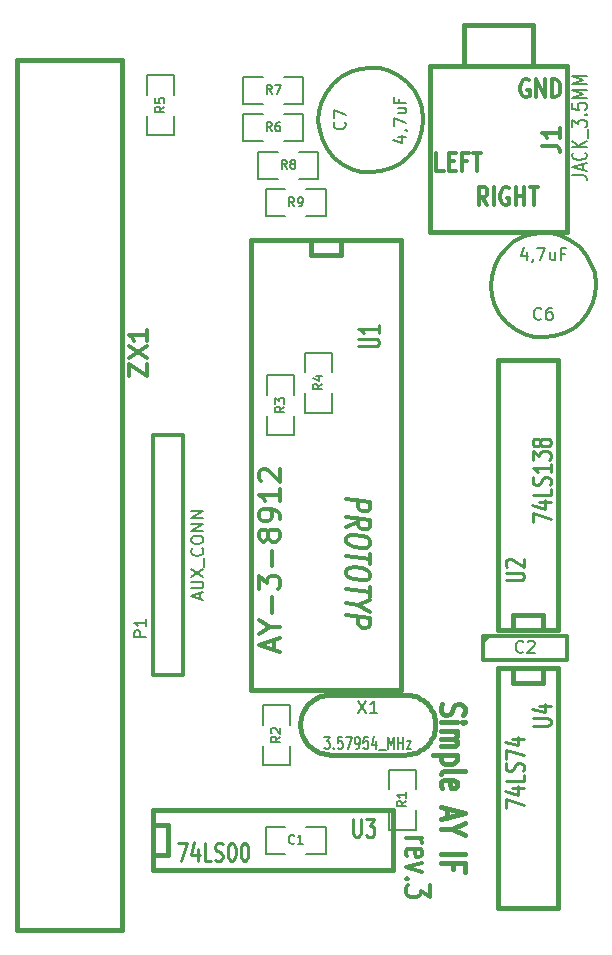
<source format=gto>
G04 (created by PCBNEW-RS274X (2012-01-19 BZR 3256)-stable) date 18.2.2013 23:23:50*
G01*
G70*
G90*
%MOIN*%
G04 Gerber Fmt 3.4, Leading zero omitted, Abs format*
%FSLAX34Y34*%
G04 APERTURE LIST*
%ADD10C,0.006000*%
%ADD11C,0.012000*%
%ADD12C,0.015000*%
%ADD13C,0.013000*%
%ADD14C,0.005000*%
%ADD15C,0.011300*%
%ADD16C,0.008000*%
G04 APERTURE END LIST*
G54D10*
G54D11*
X44269Y-25171D02*
X44221Y-25143D01*
X44150Y-25143D01*
X44078Y-25171D01*
X44031Y-25229D01*
X44007Y-25286D01*
X43983Y-25400D01*
X43983Y-25486D01*
X44007Y-25600D01*
X44031Y-25657D01*
X44078Y-25714D01*
X44150Y-25743D01*
X44198Y-25743D01*
X44269Y-25714D01*
X44293Y-25686D01*
X44293Y-25486D01*
X44198Y-25486D01*
X44507Y-25743D02*
X44507Y-25143D01*
X44793Y-25743D01*
X44793Y-25143D01*
X45031Y-25743D02*
X45031Y-25143D01*
X45150Y-25143D01*
X45222Y-25171D01*
X45269Y-25229D01*
X45293Y-25286D01*
X45317Y-25400D01*
X45317Y-25486D01*
X45293Y-25600D01*
X45269Y-25657D01*
X45222Y-25714D01*
X45150Y-25743D01*
X45031Y-25743D01*
X42884Y-29343D02*
X42717Y-29057D01*
X42598Y-29343D02*
X42598Y-28743D01*
X42789Y-28743D01*
X42836Y-28771D01*
X42860Y-28800D01*
X42884Y-28857D01*
X42884Y-28943D01*
X42860Y-29000D01*
X42836Y-29029D01*
X42789Y-29057D01*
X42598Y-29057D01*
X43098Y-29343D02*
X43098Y-28743D01*
X43598Y-28771D02*
X43550Y-28743D01*
X43479Y-28743D01*
X43407Y-28771D01*
X43360Y-28829D01*
X43336Y-28886D01*
X43312Y-29000D01*
X43312Y-29086D01*
X43336Y-29200D01*
X43360Y-29257D01*
X43407Y-29314D01*
X43479Y-29343D01*
X43527Y-29343D01*
X43598Y-29314D01*
X43622Y-29286D01*
X43622Y-29086D01*
X43527Y-29086D01*
X43836Y-29343D02*
X43836Y-28743D01*
X43836Y-29029D02*
X44122Y-29029D01*
X44122Y-29343D02*
X44122Y-28743D01*
X44289Y-28743D02*
X44574Y-28743D01*
X44431Y-29343D02*
X44431Y-28743D01*
X41424Y-28193D02*
X41186Y-28193D01*
X41186Y-27593D01*
X41591Y-27879D02*
X41758Y-27879D01*
X41829Y-28193D02*
X41591Y-28193D01*
X41591Y-27593D01*
X41829Y-27593D01*
X42210Y-27879D02*
X42043Y-27879D01*
X42043Y-28193D02*
X42043Y-27593D01*
X42281Y-27593D01*
X42401Y-27593D02*
X42686Y-27593D01*
X42543Y-28193D02*
X42543Y-27593D01*
X40176Y-50444D02*
X40710Y-50444D01*
X40557Y-50444D02*
X40633Y-50472D01*
X40671Y-50501D01*
X40710Y-50558D01*
X40710Y-50615D01*
X40214Y-51043D02*
X40176Y-50986D01*
X40176Y-50872D01*
X40214Y-50815D01*
X40290Y-50786D01*
X40595Y-50786D01*
X40671Y-50815D01*
X40710Y-50872D01*
X40710Y-50986D01*
X40671Y-51043D01*
X40595Y-51072D01*
X40519Y-51072D01*
X40443Y-50786D01*
X40710Y-51272D02*
X40176Y-51415D01*
X40710Y-51557D01*
X40252Y-51786D02*
X40214Y-51814D01*
X40176Y-51786D01*
X40214Y-51757D01*
X40252Y-51786D01*
X40176Y-51786D01*
X40976Y-52015D02*
X40976Y-52386D01*
X40671Y-52186D01*
X40671Y-52272D01*
X40633Y-52329D01*
X40595Y-52358D01*
X40519Y-52386D01*
X40329Y-52386D01*
X40252Y-52358D01*
X40214Y-52329D01*
X40176Y-52272D01*
X40176Y-52100D01*
X40214Y-52043D01*
X40252Y-52015D01*
G54D12*
X41364Y-45979D02*
X41326Y-46065D01*
X41326Y-46208D01*
X41364Y-46265D01*
X41402Y-46294D01*
X41479Y-46322D01*
X41555Y-46322D01*
X41631Y-46294D01*
X41669Y-46265D01*
X41707Y-46208D01*
X41745Y-46094D01*
X41783Y-46036D01*
X41821Y-46008D01*
X41898Y-45979D01*
X41974Y-45979D01*
X42050Y-46008D01*
X42088Y-46036D01*
X42126Y-46094D01*
X42126Y-46236D01*
X42088Y-46322D01*
X41326Y-46579D02*
X41860Y-46579D01*
X42126Y-46579D02*
X42088Y-46550D01*
X42050Y-46579D01*
X42088Y-46607D01*
X42126Y-46579D01*
X42050Y-46579D01*
X41326Y-46865D02*
X41860Y-46865D01*
X41783Y-46865D02*
X41821Y-46893D01*
X41860Y-46951D01*
X41860Y-47036D01*
X41821Y-47093D01*
X41745Y-47122D01*
X41326Y-47122D01*
X41745Y-47122D02*
X41821Y-47151D01*
X41860Y-47208D01*
X41860Y-47293D01*
X41821Y-47351D01*
X41745Y-47379D01*
X41326Y-47379D01*
X41860Y-47665D02*
X41060Y-47665D01*
X41821Y-47665D02*
X41860Y-47722D01*
X41860Y-47836D01*
X41821Y-47893D01*
X41783Y-47922D01*
X41707Y-47951D01*
X41479Y-47951D01*
X41402Y-47922D01*
X41364Y-47893D01*
X41326Y-47836D01*
X41326Y-47722D01*
X41364Y-47665D01*
X41326Y-48294D02*
X41364Y-48236D01*
X41440Y-48208D01*
X42126Y-48208D01*
X41364Y-48750D02*
X41326Y-48693D01*
X41326Y-48579D01*
X41364Y-48522D01*
X41440Y-48493D01*
X41745Y-48493D01*
X41821Y-48522D01*
X41860Y-48579D01*
X41860Y-48693D01*
X41821Y-48750D01*
X41745Y-48779D01*
X41669Y-48779D01*
X41593Y-48493D01*
X41555Y-49464D02*
X41555Y-49750D01*
X41326Y-49407D02*
X42126Y-49607D01*
X41326Y-49807D01*
X41707Y-50121D02*
X41326Y-50121D01*
X42126Y-49921D02*
X41707Y-50121D01*
X42126Y-50321D01*
X41326Y-50978D02*
X42126Y-50978D01*
X41745Y-51464D02*
X41745Y-51264D01*
X41326Y-51264D02*
X42126Y-51264D01*
X42126Y-51550D01*
G54D13*
X38176Y-39123D02*
X38976Y-39223D01*
X38976Y-39451D01*
X38938Y-39504D01*
X38900Y-39527D01*
X38824Y-39547D01*
X38710Y-39532D01*
X38633Y-39494D01*
X38595Y-39461D01*
X38557Y-39398D01*
X38557Y-39170D01*
X38176Y-40066D02*
X38557Y-39913D01*
X38176Y-39723D02*
X38976Y-39823D01*
X38976Y-40051D01*
X38938Y-40104D01*
X38900Y-40127D01*
X38824Y-40147D01*
X38710Y-40132D01*
X38633Y-40094D01*
X38595Y-40061D01*
X38557Y-39998D01*
X38557Y-39770D01*
X38976Y-40537D02*
X38976Y-40651D01*
X38938Y-40704D01*
X38862Y-40751D01*
X38710Y-40760D01*
X38443Y-40727D01*
X38290Y-40680D01*
X38214Y-40613D01*
X38176Y-40551D01*
X38176Y-40437D01*
X38214Y-40384D01*
X38290Y-40337D01*
X38443Y-40327D01*
X38710Y-40360D01*
X38862Y-40408D01*
X38938Y-40475D01*
X38976Y-40537D01*
X38976Y-40966D02*
X38976Y-41309D01*
X38176Y-41038D02*
X38976Y-41138D01*
X38976Y-41623D02*
X38976Y-41737D01*
X38938Y-41790D01*
X38862Y-41837D01*
X38710Y-41846D01*
X38443Y-41813D01*
X38290Y-41766D01*
X38214Y-41699D01*
X38176Y-41637D01*
X38176Y-41523D01*
X38214Y-41470D01*
X38290Y-41423D01*
X38443Y-41413D01*
X38710Y-41446D01*
X38862Y-41494D01*
X38938Y-41561D01*
X38976Y-41623D01*
X38976Y-42052D02*
X38976Y-42395D01*
X38176Y-42124D02*
X38976Y-42224D01*
X38557Y-42656D02*
X38176Y-42609D01*
X38976Y-42509D02*
X38557Y-42656D01*
X38976Y-42909D01*
X38176Y-43009D02*
X38976Y-43109D01*
X38976Y-43337D01*
X38938Y-43390D01*
X38900Y-43413D01*
X38824Y-43433D01*
X38710Y-43418D01*
X38633Y-43380D01*
X38595Y-43347D01*
X38557Y-43284D01*
X38557Y-43056D01*
G54D12*
X38000Y-30500D02*
X38000Y-30500D01*
X38000Y-30500D02*
X38000Y-31000D01*
X38000Y-31000D02*
X37000Y-31000D01*
X37000Y-31000D02*
X37000Y-30500D01*
X40000Y-30500D02*
X40000Y-45500D01*
X40000Y-45500D02*
X35000Y-45500D01*
X35000Y-45500D02*
X35000Y-30500D01*
X35000Y-30500D02*
X40000Y-30500D01*
X31750Y-49500D02*
X39750Y-49500D01*
X39750Y-51500D02*
X31750Y-51500D01*
X31750Y-51500D02*
X31750Y-49500D01*
X31750Y-50000D02*
X32250Y-50000D01*
X32250Y-50000D02*
X32250Y-51000D01*
X32250Y-51000D02*
X31750Y-51000D01*
X39750Y-49500D02*
X39750Y-51500D01*
X42108Y-23335D02*
X42108Y-24713D01*
X44392Y-23335D02*
X44392Y-24713D01*
X45533Y-24713D02*
X45533Y-30224D01*
X45533Y-30224D02*
X40967Y-30224D01*
X40967Y-30224D02*
X40967Y-24713D01*
X44392Y-23335D02*
X42108Y-23335D01*
X45533Y-24713D02*
X40967Y-24713D01*
X30700Y-24500D02*
X30700Y-53400D01*
X27200Y-24500D02*
X27200Y-53500D01*
X27200Y-53500D02*
X30700Y-53500D01*
X30700Y-24500D02*
X27200Y-24500D01*
X43750Y-43500D02*
X43750Y-43500D01*
X43750Y-43500D02*
X43750Y-43000D01*
X43750Y-43000D02*
X44750Y-43000D01*
X44750Y-43000D02*
X44750Y-43500D01*
X43250Y-43500D02*
X43250Y-34500D01*
X43250Y-34500D02*
X45250Y-34500D01*
X45250Y-34500D02*
X45250Y-43500D01*
X45250Y-43500D02*
X43250Y-43500D01*
X45250Y-44750D02*
X45250Y-52750D01*
X43250Y-52750D02*
X43250Y-44750D01*
X43250Y-44750D02*
X45250Y-44750D01*
X44750Y-44750D02*
X44750Y-45250D01*
X44750Y-45250D02*
X43750Y-45250D01*
X43750Y-45250D02*
X43750Y-44750D01*
X45250Y-52750D02*
X43250Y-52750D01*
G54D11*
X31750Y-45000D02*
X31750Y-37000D01*
X31750Y-37000D02*
X32750Y-37000D01*
X32750Y-37000D02*
X32750Y-45000D01*
X31750Y-45000D02*
X32750Y-45000D01*
X32750Y-37000D02*
X31750Y-37000D01*
X46500Y-32000D02*
X46466Y-32339D01*
X46367Y-32666D01*
X46207Y-32968D01*
X45991Y-33233D01*
X45728Y-33450D01*
X45428Y-33613D01*
X45101Y-33714D01*
X44762Y-33749D01*
X44423Y-33719D01*
X44095Y-33622D01*
X43792Y-33464D01*
X43526Y-33250D01*
X43307Y-32988D01*
X43142Y-32689D01*
X43039Y-32363D01*
X43001Y-32024D01*
X43029Y-31685D01*
X43123Y-31356D01*
X43280Y-31053D01*
X43492Y-30785D01*
X43752Y-30563D01*
X44050Y-30397D01*
X44375Y-30291D01*
X44714Y-30251D01*
X45053Y-30277D01*
X45382Y-30369D01*
X45687Y-30523D01*
X45956Y-30733D01*
X46180Y-30992D01*
X46348Y-31289D01*
X46456Y-31613D01*
X46499Y-31952D01*
X46500Y-32000D01*
X40750Y-26500D02*
X40716Y-26839D01*
X40617Y-27166D01*
X40457Y-27468D01*
X40241Y-27733D01*
X39978Y-27950D01*
X39678Y-28113D01*
X39351Y-28214D01*
X39012Y-28249D01*
X38673Y-28219D01*
X38345Y-28122D01*
X38042Y-27964D01*
X37776Y-27750D01*
X37557Y-27488D01*
X37392Y-27189D01*
X37289Y-26863D01*
X37251Y-26524D01*
X37279Y-26185D01*
X37373Y-25856D01*
X37530Y-25553D01*
X37742Y-25285D01*
X38002Y-25063D01*
X38300Y-24897D01*
X38625Y-24791D01*
X38964Y-24751D01*
X39303Y-24777D01*
X39632Y-24869D01*
X39937Y-25023D01*
X40206Y-25233D01*
X40430Y-25492D01*
X40598Y-25789D01*
X40706Y-26113D01*
X40749Y-26452D01*
X40750Y-26500D01*
G54D14*
X35500Y-50050D02*
X35500Y-50950D01*
X35500Y-50950D02*
X36150Y-50950D01*
X36850Y-50050D02*
X37500Y-50050D01*
X37500Y-50050D02*
X37500Y-50950D01*
X37500Y-50950D02*
X36850Y-50950D01*
X36150Y-50050D02*
X35500Y-50050D01*
X40500Y-48150D02*
X39600Y-48150D01*
X39600Y-48150D02*
X39600Y-48800D01*
X40500Y-49500D02*
X40500Y-50150D01*
X40500Y-50150D02*
X39600Y-50150D01*
X39600Y-50150D02*
X39600Y-49500D01*
X40500Y-48800D02*
X40500Y-48150D01*
X36300Y-46000D02*
X35400Y-46000D01*
X35400Y-46000D02*
X35400Y-46650D01*
X36300Y-47350D02*
X36300Y-48000D01*
X36300Y-48000D02*
X35400Y-48000D01*
X35400Y-48000D02*
X35400Y-47350D01*
X36300Y-46650D02*
X36300Y-46000D01*
X36450Y-35000D02*
X35550Y-35000D01*
X35550Y-35000D02*
X35550Y-35650D01*
X36450Y-36350D02*
X36450Y-37000D01*
X36450Y-37000D02*
X35550Y-37000D01*
X35550Y-37000D02*
X35550Y-36350D01*
X36450Y-35650D02*
X36450Y-35000D01*
X37700Y-34250D02*
X36800Y-34250D01*
X36800Y-34250D02*
X36800Y-34900D01*
X37700Y-35600D02*
X37700Y-36250D01*
X37700Y-36250D02*
X36800Y-36250D01*
X36800Y-36250D02*
X36800Y-35600D01*
X37700Y-34900D02*
X37700Y-34250D01*
X32450Y-25000D02*
X31550Y-25000D01*
X31550Y-25000D02*
X31550Y-25650D01*
X32450Y-26350D02*
X32450Y-27000D01*
X32450Y-27000D02*
X31550Y-27000D01*
X31550Y-27000D02*
X31550Y-26350D01*
X32450Y-25650D02*
X32450Y-25000D01*
X36750Y-25950D02*
X36750Y-25050D01*
X36750Y-25050D02*
X36100Y-25050D01*
X35400Y-25950D02*
X34750Y-25950D01*
X34750Y-25950D02*
X34750Y-25050D01*
X34750Y-25050D02*
X35400Y-25050D01*
X36100Y-25950D02*
X36750Y-25950D01*
X37250Y-28450D02*
X37250Y-27550D01*
X37250Y-27550D02*
X36600Y-27550D01*
X35900Y-28450D02*
X35250Y-28450D01*
X35250Y-28450D02*
X35250Y-27550D01*
X35250Y-27550D02*
X35900Y-27550D01*
X36600Y-28450D02*
X37250Y-28450D01*
X36750Y-27200D02*
X36750Y-26300D01*
X36750Y-26300D02*
X36100Y-26300D01*
X35400Y-27200D02*
X34750Y-27200D01*
X34750Y-27200D02*
X34750Y-26300D01*
X34750Y-26300D02*
X35400Y-26300D01*
X36100Y-27200D02*
X36750Y-27200D01*
X37500Y-29700D02*
X37500Y-28800D01*
X37500Y-28800D02*
X36850Y-28800D01*
X36150Y-29700D02*
X35500Y-29700D01*
X35500Y-29700D02*
X35500Y-28800D01*
X35500Y-28800D02*
X36150Y-28800D01*
X36850Y-29700D02*
X37500Y-29700D01*
G54D11*
X42750Y-43700D02*
X45550Y-43700D01*
X45550Y-43700D02*
X45550Y-44500D01*
X45550Y-44500D02*
X42750Y-44500D01*
X42750Y-44500D02*
X42750Y-43700D01*
X42750Y-43900D02*
X42950Y-43700D01*
G54D12*
X40150Y-47650D02*
X37650Y-47650D01*
X37650Y-45650D02*
X40150Y-45650D01*
X36650Y-46650D02*
X36654Y-46737D01*
X36666Y-46823D01*
X36685Y-46908D01*
X36711Y-46992D01*
X36744Y-47072D01*
X36784Y-47149D01*
X36831Y-47223D01*
X36884Y-47292D01*
X36943Y-47357D01*
X37008Y-47416D01*
X37077Y-47469D01*
X37151Y-47516D01*
X37228Y-47556D01*
X37308Y-47589D01*
X37392Y-47615D01*
X37477Y-47634D01*
X37563Y-47646D01*
X37650Y-47650D01*
X37650Y-45650D02*
X37563Y-45654D01*
X37477Y-45666D01*
X37392Y-45685D01*
X37308Y-45711D01*
X37228Y-45744D01*
X37151Y-45784D01*
X37077Y-45831D01*
X37008Y-45884D01*
X36943Y-45943D01*
X36884Y-46008D01*
X36831Y-46077D01*
X36784Y-46151D01*
X36744Y-46228D01*
X36711Y-46308D01*
X36685Y-46392D01*
X36666Y-46477D01*
X36654Y-46563D01*
X36650Y-46650D01*
X41150Y-46650D02*
X41146Y-46563D01*
X41134Y-46477D01*
X41115Y-46392D01*
X41089Y-46308D01*
X41056Y-46228D01*
X41016Y-46151D01*
X40969Y-46077D01*
X40916Y-46008D01*
X40857Y-45943D01*
X40792Y-45884D01*
X40723Y-45831D01*
X40650Y-45784D01*
X40572Y-45744D01*
X40492Y-45711D01*
X40408Y-45685D01*
X40323Y-45666D01*
X40237Y-45654D01*
X40150Y-45650D01*
X40150Y-47650D02*
X40237Y-47646D01*
X40323Y-47634D01*
X40408Y-47615D01*
X40492Y-47589D01*
X40572Y-47556D01*
X40650Y-47516D01*
X40723Y-47469D01*
X40792Y-47416D01*
X40857Y-47357D01*
X40916Y-47292D01*
X40969Y-47223D01*
X41016Y-47149D01*
X41056Y-47072D01*
X41089Y-46992D01*
X41115Y-46908D01*
X41134Y-46823D01*
X41146Y-46737D01*
X41150Y-46650D01*
G54D15*
X38583Y-34043D02*
X39150Y-34043D01*
X39217Y-34021D01*
X39250Y-34000D01*
X39283Y-33957D01*
X39283Y-33871D01*
X39250Y-33829D01*
X39217Y-33807D01*
X39150Y-33786D01*
X38583Y-33786D01*
X39283Y-33336D02*
X39283Y-33593D01*
X39283Y-33465D02*
X38583Y-33465D01*
X38683Y-33508D01*
X38750Y-33550D01*
X38783Y-33593D01*
G54D11*
X35783Y-44151D02*
X35783Y-43817D01*
X35983Y-44217D02*
X35283Y-43984D01*
X35983Y-43751D01*
X35650Y-43384D02*
X35983Y-43384D01*
X35283Y-43617D02*
X35650Y-43384D01*
X35283Y-43151D01*
X35717Y-42917D02*
X35717Y-42384D01*
X35283Y-42117D02*
X35283Y-41684D01*
X35550Y-41917D01*
X35550Y-41817D01*
X35583Y-41750D01*
X35617Y-41717D01*
X35683Y-41684D01*
X35850Y-41684D01*
X35917Y-41717D01*
X35950Y-41750D01*
X35983Y-41817D01*
X35983Y-42017D01*
X35950Y-42084D01*
X35917Y-42117D01*
X35717Y-41383D02*
X35717Y-40850D01*
X35583Y-40416D02*
X35550Y-40483D01*
X35517Y-40516D01*
X35450Y-40550D01*
X35417Y-40550D01*
X35350Y-40516D01*
X35317Y-40483D01*
X35283Y-40416D01*
X35283Y-40283D01*
X35317Y-40216D01*
X35350Y-40183D01*
X35417Y-40150D01*
X35450Y-40150D01*
X35517Y-40183D01*
X35550Y-40216D01*
X35583Y-40283D01*
X35583Y-40416D01*
X35617Y-40483D01*
X35650Y-40516D01*
X35717Y-40550D01*
X35850Y-40550D01*
X35917Y-40516D01*
X35950Y-40483D01*
X35983Y-40416D01*
X35983Y-40283D01*
X35950Y-40216D01*
X35917Y-40183D01*
X35850Y-40150D01*
X35717Y-40150D01*
X35650Y-40183D01*
X35617Y-40216D01*
X35583Y-40283D01*
X35983Y-39816D02*
X35983Y-39683D01*
X35950Y-39616D01*
X35917Y-39583D01*
X35817Y-39516D01*
X35683Y-39483D01*
X35417Y-39483D01*
X35350Y-39516D01*
X35317Y-39549D01*
X35283Y-39616D01*
X35283Y-39749D01*
X35317Y-39816D01*
X35350Y-39849D01*
X35417Y-39883D01*
X35583Y-39883D01*
X35650Y-39849D01*
X35683Y-39816D01*
X35717Y-39749D01*
X35717Y-39616D01*
X35683Y-39549D01*
X35650Y-39516D01*
X35583Y-39483D01*
X35983Y-38816D02*
X35983Y-39216D01*
X35983Y-39016D02*
X35283Y-39016D01*
X35383Y-39082D01*
X35450Y-39149D01*
X35483Y-39216D01*
X35350Y-38549D02*
X35317Y-38515D01*
X35283Y-38449D01*
X35283Y-38282D01*
X35317Y-38215D01*
X35350Y-38182D01*
X35417Y-38149D01*
X35483Y-38149D01*
X35583Y-38182D01*
X35983Y-38582D01*
X35983Y-38149D01*
G54D15*
X38407Y-49793D02*
X38407Y-50279D01*
X38429Y-50336D01*
X38450Y-50364D01*
X38493Y-50393D01*
X38579Y-50393D01*
X38621Y-50364D01*
X38643Y-50336D01*
X38664Y-50279D01*
X38664Y-49793D01*
X38835Y-49793D02*
X39114Y-49793D01*
X38964Y-50021D01*
X39028Y-50021D01*
X39071Y-50050D01*
X39092Y-50079D01*
X39114Y-50136D01*
X39114Y-50279D01*
X39092Y-50336D01*
X39071Y-50364D01*
X39028Y-50393D01*
X38900Y-50393D01*
X38857Y-50364D01*
X38835Y-50336D01*
X32560Y-50593D02*
X32860Y-50593D01*
X32667Y-51193D01*
X33225Y-50793D02*
X33225Y-51193D01*
X33118Y-50564D02*
X33011Y-50993D01*
X33289Y-50993D01*
X33675Y-51193D02*
X33461Y-51193D01*
X33461Y-50593D01*
X33804Y-51164D02*
X33868Y-51193D01*
X33975Y-51193D01*
X34018Y-51164D01*
X34039Y-51136D01*
X34061Y-51079D01*
X34061Y-51021D01*
X34039Y-50964D01*
X34018Y-50936D01*
X33975Y-50907D01*
X33889Y-50879D01*
X33847Y-50850D01*
X33825Y-50821D01*
X33804Y-50764D01*
X33804Y-50707D01*
X33825Y-50650D01*
X33847Y-50621D01*
X33889Y-50593D01*
X33997Y-50593D01*
X34061Y-50621D01*
X34340Y-50593D02*
X34383Y-50593D01*
X34426Y-50621D01*
X34447Y-50650D01*
X34468Y-50707D01*
X34490Y-50821D01*
X34490Y-50964D01*
X34468Y-51079D01*
X34447Y-51136D01*
X34426Y-51164D01*
X34383Y-51193D01*
X34340Y-51193D01*
X34297Y-51164D01*
X34276Y-51136D01*
X34254Y-51079D01*
X34233Y-50964D01*
X34233Y-50821D01*
X34254Y-50707D01*
X34276Y-50650D01*
X34297Y-50621D01*
X34340Y-50593D01*
X34769Y-50593D02*
X34812Y-50593D01*
X34855Y-50621D01*
X34876Y-50650D01*
X34897Y-50707D01*
X34919Y-50821D01*
X34919Y-50964D01*
X34897Y-51079D01*
X34876Y-51136D01*
X34855Y-51164D01*
X34812Y-51193D01*
X34769Y-51193D01*
X34726Y-51164D01*
X34705Y-51136D01*
X34683Y-51079D01*
X34662Y-50964D01*
X34662Y-50821D01*
X34683Y-50707D01*
X34705Y-50650D01*
X34726Y-50621D01*
X34769Y-50593D01*
G54D11*
X44693Y-27350D02*
X45121Y-27350D01*
X45207Y-27378D01*
X45264Y-27435D01*
X45293Y-27521D01*
X45293Y-27578D01*
X45293Y-26750D02*
X45293Y-27093D01*
X45293Y-26921D02*
X44693Y-26921D01*
X44779Y-26978D01*
X44836Y-27036D01*
X44864Y-27093D01*
G54D16*
X45702Y-28349D02*
X46060Y-28349D01*
X46131Y-28369D01*
X46179Y-28407D01*
X46202Y-28464D01*
X46202Y-28502D01*
X46060Y-28178D02*
X46060Y-27987D01*
X46202Y-28216D02*
X45702Y-28083D01*
X46202Y-27949D01*
X46155Y-27587D02*
X46179Y-27606D01*
X46202Y-27663D01*
X46202Y-27701D01*
X46179Y-27759D01*
X46131Y-27797D01*
X46083Y-27816D01*
X45988Y-27835D01*
X45917Y-27835D01*
X45821Y-27816D01*
X45774Y-27797D01*
X45726Y-27759D01*
X45702Y-27701D01*
X45702Y-27663D01*
X45726Y-27606D01*
X45750Y-27587D01*
X46202Y-27416D02*
X45702Y-27416D01*
X46202Y-27187D02*
X45917Y-27359D01*
X45702Y-27187D02*
X45988Y-27416D01*
X46250Y-27111D02*
X46250Y-26806D01*
X45702Y-26749D02*
X45702Y-26501D01*
X45893Y-26635D01*
X45893Y-26577D01*
X45917Y-26539D01*
X45940Y-26520D01*
X45988Y-26501D01*
X46107Y-26501D01*
X46155Y-26520D01*
X46179Y-26539D01*
X46202Y-26577D01*
X46202Y-26692D01*
X46179Y-26730D01*
X46155Y-26749D01*
X46155Y-26330D02*
X46179Y-26311D01*
X46202Y-26330D01*
X46179Y-26349D01*
X46155Y-26330D01*
X46202Y-26330D01*
X45702Y-25949D02*
X45702Y-26140D01*
X45940Y-26159D01*
X45917Y-26140D01*
X45893Y-26102D01*
X45893Y-26006D01*
X45917Y-25968D01*
X45940Y-25949D01*
X45988Y-25930D01*
X46107Y-25930D01*
X46155Y-25949D01*
X46179Y-25968D01*
X46202Y-26006D01*
X46202Y-26102D01*
X46179Y-26140D01*
X46155Y-26159D01*
X46202Y-25759D02*
X45702Y-25759D01*
X46060Y-25625D01*
X45702Y-25492D01*
X46202Y-25492D01*
X46202Y-25302D02*
X45702Y-25302D01*
X46060Y-25168D01*
X45702Y-25035D01*
X46202Y-25035D01*
G54D11*
X30943Y-35020D02*
X30943Y-34620D01*
X31543Y-35020D01*
X31543Y-34620D01*
X30943Y-34449D02*
X31543Y-34049D01*
X30943Y-34049D02*
X31543Y-34449D01*
X31543Y-33507D02*
X31543Y-33850D01*
X31543Y-33678D02*
X30943Y-33678D01*
X31029Y-33735D01*
X31086Y-33793D01*
X31114Y-33850D01*
G54D15*
X43493Y-41843D02*
X43979Y-41843D01*
X44036Y-41821D01*
X44064Y-41800D01*
X44093Y-41757D01*
X44093Y-41671D01*
X44064Y-41629D01*
X44036Y-41607D01*
X43979Y-41586D01*
X43493Y-41586D01*
X43550Y-41393D02*
X43521Y-41372D01*
X43493Y-41329D01*
X43493Y-41222D01*
X43521Y-41179D01*
X43550Y-41158D01*
X43607Y-41136D01*
X43664Y-41136D01*
X43750Y-41158D01*
X44093Y-41415D01*
X44093Y-41136D01*
X44393Y-39905D02*
X44393Y-39605D01*
X44993Y-39798D01*
X44593Y-39240D02*
X44993Y-39240D01*
X44364Y-39347D02*
X44793Y-39454D01*
X44793Y-39176D01*
X44993Y-38790D02*
X44993Y-39004D01*
X44393Y-39004D01*
X44964Y-38661D02*
X44993Y-38597D01*
X44993Y-38490D01*
X44964Y-38447D01*
X44936Y-38426D01*
X44879Y-38404D01*
X44821Y-38404D01*
X44764Y-38426D01*
X44736Y-38447D01*
X44707Y-38490D01*
X44679Y-38576D01*
X44650Y-38618D01*
X44621Y-38640D01*
X44564Y-38661D01*
X44507Y-38661D01*
X44450Y-38640D01*
X44421Y-38618D01*
X44393Y-38576D01*
X44393Y-38468D01*
X44421Y-38404D01*
X44993Y-37975D02*
X44993Y-38232D01*
X44993Y-38104D02*
X44393Y-38104D01*
X44479Y-38147D01*
X44536Y-38189D01*
X44564Y-38232D01*
X44393Y-37825D02*
X44393Y-37546D01*
X44621Y-37696D01*
X44621Y-37632D01*
X44650Y-37589D01*
X44679Y-37568D01*
X44736Y-37546D01*
X44879Y-37546D01*
X44936Y-37568D01*
X44964Y-37589D01*
X44993Y-37632D01*
X44993Y-37760D01*
X44964Y-37803D01*
X44936Y-37825D01*
X44650Y-37289D02*
X44621Y-37331D01*
X44593Y-37353D01*
X44536Y-37374D01*
X44507Y-37374D01*
X44450Y-37353D01*
X44421Y-37331D01*
X44393Y-37289D01*
X44393Y-37203D01*
X44421Y-37160D01*
X44450Y-37139D01*
X44507Y-37117D01*
X44536Y-37117D01*
X44593Y-37139D01*
X44621Y-37160D01*
X44650Y-37203D01*
X44650Y-37289D01*
X44679Y-37331D01*
X44707Y-37353D01*
X44764Y-37374D01*
X44879Y-37374D01*
X44936Y-37353D01*
X44964Y-37331D01*
X44993Y-37289D01*
X44993Y-37203D01*
X44964Y-37160D01*
X44936Y-37139D01*
X44879Y-37117D01*
X44764Y-37117D01*
X44707Y-37139D01*
X44679Y-37160D01*
X44650Y-37203D01*
X44393Y-46693D02*
X44879Y-46693D01*
X44936Y-46671D01*
X44964Y-46650D01*
X44993Y-46607D01*
X44993Y-46521D01*
X44964Y-46479D01*
X44936Y-46457D01*
X44879Y-46436D01*
X44393Y-46436D01*
X44593Y-46029D02*
X44993Y-46029D01*
X44364Y-46136D02*
X44793Y-46243D01*
X44793Y-45965D01*
X43493Y-49440D02*
X43493Y-49140D01*
X44093Y-49333D01*
X43693Y-48775D02*
X44093Y-48775D01*
X43464Y-48882D02*
X43893Y-48989D01*
X43893Y-48711D01*
X44093Y-48325D02*
X44093Y-48539D01*
X43493Y-48539D01*
X44064Y-48196D02*
X44093Y-48132D01*
X44093Y-48025D01*
X44064Y-47982D01*
X44036Y-47961D01*
X43979Y-47939D01*
X43921Y-47939D01*
X43864Y-47961D01*
X43836Y-47982D01*
X43807Y-48025D01*
X43779Y-48111D01*
X43750Y-48153D01*
X43721Y-48175D01*
X43664Y-48196D01*
X43607Y-48196D01*
X43550Y-48175D01*
X43521Y-48153D01*
X43493Y-48111D01*
X43493Y-48003D01*
X43521Y-47939D01*
X43493Y-47789D02*
X43493Y-47489D01*
X44093Y-47682D01*
X43693Y-47124D02*
X44093Y-47124D01*
X43464Y-47231D02*
X43893Y-47338D01*
X43893Y-47060D01*
G54D16*
X31512Y-43745D02*
X31112Y-43745D01*
X31112Y-43592D01*
X31131Y-43554D01*
X31150Y-43535D01*
X31188Y-43516D01*
X31245Y-43516D01*
X31283Y-43535D01*
X31302Y-43554D01*
X31321Y-43592D01*
X31321Y-43745D01*
X31512Y-43135D02*
X31512Y-43364D01*
X31512Y-43250D02*
X31112Y-43250D01*
X31169Y-43288D01*
X31207Y-43326D01*
X31226Y-43364D01*
X33298Y-42476D02*
X33298Y-42285D01*
X33412Y-42514D02*
X33012Y-42381D01*
X33412Y-42247D01*
X33012Y-42114D02*
X33336Y-42114D01*
X33374Y-42095D01*
X33393Y-42076D01*
X33412Y-42038D01*
X33412Y-41961D01*
X33393Y-41923D01*
X33374Y-41904D01*
X33336Y-41885D01*
X33012Y-41885D01*
X33012Y-41733D02*
X33412Y-41466D01*
X33012Y-41466D02*
X33412Y-41733D01*
X33450Y-41409D02*
X33450Y-41104D01*
X33374Y-40780D02*
X33393Y-40799D01*
X33412Y-40856D01*
X33412Y-40894D01*
X33393Y-40952D01*
X33355Y-40990D01*
X33317Y-41009D01*
X33240Y-41028D01*
X33183Y-41028D01*
X33107Y-41009D01*
X33069Y-40990D01*
X33031Y-40952D01*
X33012Y-40894D01*
X33012Y-40856D01*
X33031Y-40799D01*
X33050Y-40780D01*
X33012Y-40533D02*
X33012Y-40456D01*
X33031Y-40418D01*
X33069Y-40380D01*
X33145Y-40361D01*
X33279Y-40361D01*
X33355Y-40380D01*
X33393Y-40418D01*
X33412Y-40456D01*
X33412Y-40533D01*
X33393Y-40571D01*
X33355Y-40609D01*
X33279Y-40628D01*
X33145Y-40628D01*
X33069Y-40609D01*
X33031Y-40571D01*
X33012Y-40533D01*
X33412Y-40190D02*
X33012Y-40190D01*
X33412Y-39961D01*
X33012Y-39961D01*
X33412Y-39771D02*
X33012Y-39771D01*
X33412Y-39542D01*
X33012Y-39542D01*
X44684Y-33124D02*
X44665Y-33143D01*
X44608Y-33162D01*
X44570Y-33162D01*
X44512Y-33143D01*
X44474Y-33105D01*
X44455Y-33067D01*
X44436Y-32990D01*
X44436Y-32933D01*
X44455Y-32857D01*
X44474Y-32819D01*
X44512Y-32781D01*
X44570Y-32762D01*
X44608Y-32762D01*
X44665Y-32781D01*
X44684Y-32800D01*
X45027Y-32762D02*
X44950Y-32762D01*
X44912Y-32781D01*
X44893Y-32800D01*
X44855Y-32857D01*
X44836Y-32933D01*
X44836Y-33086D01*
X44855Y-33124D01*
X44874Y-33143D01*
X44912Y-33162D01*
X44989Y-33162D01*
X45027Y-33143D01*
X45046Y-33124D01*
X45065Y-33086D01*
X45065Y-32990D01*
X45046Y-32952D01*
X45027Y-32933D01*
X44989Y-32914D01*
X44912Y-32914D01*
X44874Y-32933D01*
X44855Y-32952D01*
X44836Y-32990D01*
X44189Y-30895D02*
X44189Y-31162D01*
X44093Y-30743D02*
X43998Y-31029D01*
X44246Y-31029D01*
X44417Y-31143D02*
X44417Y-31162D01*
X44398Y-31200D01*
X44379Y-31219D01*
X44550Y-30762D02*
X44817Y-30762D01*
X44645Y-31162D01*
X45141Y-30895D02*
X45141Y-31162D01*
X44969Y-30895D02*
X44969Y-31105D01*
X44988Y-31143D01*
X45026Y-31162D01*
X45084Y-31162D01*
X45122Y-31143D01*
X45141Y-31124D01*
X45465Y-30952D02*
X45331Y-30952D01*
X45331Y-31162D02*
X45331Y-30762D01*
X45522Y-30762D01*
X38124Y-26566D02*
X38143Y-26585D01*
X38162Y-26642D01*
X38162Y-26680D01*
X38143Y-26738D01*
X38105Y-26776D01*
X38067Y-26795D01*
X37990Y-26814D01*
X37933Y-26814D01*
X37857Y-26795D01*
X37819Y-26776D01*
X37781Y-26738D01*
X37762Y-26680D01*
X37762Y-26642D01*
X37781Y-26585D01*
X37800Y-26566D01*
X37762Y-26433D02*
X37762Y-26166D01*
X38162Y-26338D01*
X39895Y-27061D02*
X40162Y-27061D01*
X39743Y-27157D02*
X40029Y-27252D01*
X40029Y-27004D01*
X40143Y-26833D02*
X40162Y-26833D01*
X40200Y-26852D01*
X40219Y-26871D01*
X39762Y-26700D02*
X39762Y-26433D01*
X40162Y-26605D01*
X39895Y-26109D02*
X40162Y-26109D01*
X39895Y-26281D02*
X40105Y-26281D01*
X40143Y-26262D01*
X40162Y-26224D01*
X40162Y-26166D01*
X40143Y-26128D01*
X40124Y-26109D01*
X39952Y-25785D02*
X39952Y-25919D01*
X40162Y-25919D02*
X39762Y-25919D01*
X39762Y-25728D01*
G54D14*
X36450Y-50593D02*
X36436Y-50607D01*
X36393Y-50621D01*
X36364Y-50621D01*
X36321Y-50607D01*
X36293Y-50579D01*
X36278Y-50550D01*
X36264Y-50493D01*
X36264Y-50450D01*
X36278Y-50393D01*
X36293Y-50364D01*
X36321Y-50336D01*
X36364Y-50321D01*
X36393Y-50321D01*
X36436Y-50336D01*
X36450Y-50350D01*
X36736Y-50621D02*
X36564Y-50621D01*
X36650Y-50621D02*
X36650Y-50321D01*
X36621Y-50364D01*
X36593Y-50393D01*
X36564Y-50407D01*
X40171Y-49200D02*
X40029Y-49300D01*
X40171Y-49372D02*
X39871Y-49372D01*
X39871Y-49257D01*
X39886Y-49229D01*
X39900Y-49214D01*
X39929Y-49200D01*
X39971Y-49200D01*
X40000Y-49214D01*
X40014Y-49229D01*
X40029Y-49257D01*
X40029Y-49372D01*
X40171Y-48914D02*
X40171Y-49086D01*
X40171Y-49000D02*
X39871Y-49000D01*
X39914Y-49029D01*
X39943Y-49057D01*
X39957Y-49086D01*
X35971Y-47050D02*
X35829Y-47150D01*
X35971Y-47222D02*
X35671Y-47222D01*
X35671Y-47107D01*
X35686Y-47079D01*
X35700Y-47064D01*
X35729Y-47050D01*
X35771Y-47050D01*
X35800Y-47064D01*
X35814Y-47079D01*
X35829Y-47107D01*
X35829Y-47222D01*
X35700Y-46936D02*
X35686Y-46922D01*
X35671Y-46893D01*
X35671Y-46822D01*
X35686Y-46793D01*
X35700Y-46779D01*
X35729Y-46764D01*
X35757Y-46764D01*
X35800Y-46779D01*
X35971Y-46950D01*
X35971Y-46764D01*
X36121Y-36050D02*
X35979Y-36150D01*
X36121Y-36222D02*
X35821Y-36222D01*
X35821Y-36107D01*
X35836Y-36079D01*
X35850Y-36064D01*
X35879Y-36050D01*
X35921Y-36050D01*
X35950Y-36064D01*
X35964Y-36079D01*
X35979Y-36107D01*
X35979Y-36222D01*
X35821Y-35950D02*
X35821Y-35764D01*
X35936Y-35864D01*
X35936Y-35822D01*
X35950Y-35793D01*
X35964Y-35779D01*
X35993Y-35764D01*
X36064Y-35764D01*
X36093Y-35779D01*
X36107Y-35793D01*
X36121Y-35822D01*
X36121Y-35907D01*
X36107Y-35936D01*
X36093Y-35950D01*
X37371Y-35300D02*
X37229Y-35400D01*
X37371Y-35472D02*
X37071Y-35472D01*
X37071Y-35357D01*
X37086Y-35329D01*
X37100Y-35314D01*
X37129Y-35300D01*
X37171Y-35300D01*
X37200Y-35314D01*
X37214Y-35329D01*
X37229Y-35357D01*
X37229Y-35472D01*
X37171Y-35043D02*
X37371Y-35043D01*
X37057Y-35114D02*
X37271Y-35186D01*
X37271Y-35000D01*
X32121Y-26050D02*
X31979Y-26150D01*
X32121Y-26222D02*
X31821Y-26222D01*
X31821Y-26107D01*
X31836Y-26079D01*
X31850Y-26064D01*
X31879Y-26050D01*
X31921Y-26050D01*
X31950Y-26064D01*
X31964Y-26079D01*
X31979Y-26107D01*
X31979Y-26222D01*
X31821Y-25779D02*
X31821Y-25922D01*
X31964Y-25936D01*
X31950Y-25922D01*
X31936Y-25893D01*
X31936Y-25822D01*
X31950Y-25793D01*
X31964Y-25779D01*
X31993Y-25764D01*
X32064Y-25764D01*
X32093Y-25779D01*
X32107Y-25793D01*
X32121Y-25822D01*
X32121Y-25893D01*
X32107Y-25922D01*
X32093Y-25936D01*
X35700Y-25621D02*
X35600Y-25479D01*
X35528Y-25621D02*
X35528Y-25321D01*
X35643Y-25321D01*
X35671Y-25336D01*
X35686Y-25350D01*
X35700Y-25379D01*
X35700Y-25421D01*
X35686Y-25450D01*
X35671Y-25464D01*
X35643Y-25479D01*
X35528Y-25479D01*
X35800Y-25321D02*
X36000Y-25321D01*
X35871Y-25621D01*
X36200Y-28121D02*
X36100Y-27979D01*
X36028Y-28121D02*
X36028Y-27821D01*
X36143Y-27821D01*
X36171Y-27836D01*
X36186Y-27850D01*
X36200Y-27879D01*
X36200Y-27921D01*
X36186Y-27950D01*
X36171Y-27964D01*
X36143Y-27979D01*
X36028Y-27979D01*
X36371Y-27950D02*
X36343Y-27936D01*
X36328Y-27921D01*
X36314Y-27893D01*
X36314Y-27879D01*
X36328Y-27850D01*
X36343Y-27836D01*
X36371Y-27821D01*
X36428Y-27821D01*
X36457Y-27836D01*
X36471Y-27850D01*
X36486Y-27879D01*
X36486Y-27893D01*
X36471Y-27921D01*
X36457Y-27936D01*
X36428Y-27950D01*
X36371Y-27950D01*
X36343Y-27964D01*
X36328Y-27979D01*
X36314Y-28007D01*
X36314Y-28064D01*
X36328Y-28093D01*
X36343Y-28107D01*
X36371Y-28121D01*
X36428Y-28121D01*
X36457Y-28107D01*
X36471Y-28093D01*
X36486Y-28064D01*
X36486Y-28007D01*
X36471Y-27979D01*
X36457Y-27964D01*
X36428Y-27950D01*
X35700Y-26871D02*
X35600Y-26729D01*
X35528Y-26871D02*
X35528Y-26571D01*
X35643Y-26571D01*
X35671Y-26586D01*
X35686Y-26600D01*
X35700Y-26629D01*
X35700Y-26671D01*
X35686Y-26700D01*
X35671Y-26714D01*
X35643Y-26729D01*
X35528Y-26729D01*
X35957Y-26571D02*
X35900Y-26571D01*
X35871Y-26586D01*
X35857Y-26600D01*
X35828Y-26643D01*
X35814Y-26700D01*
X35814Y-26814D01*
X35828Y-26843D01*
X35843Y-26857D01*
X35871Y-26871D01*
X35928Y-26871D01*
X35957Y-26857D01*
X35971Y-26843D01*
X35986Y-26814D01*
X35986Y-26743D01*
X35971Y-26714D01*
X35957Y-26700D01*
X35928Y-26686D01*
X35871Y-26686D01*
X35843Y-26700D01*
X35828Y-26714D01*
X35814Y-26743D01*
X36450Y-29371D02*
X36350Y-29229D01*
X36278Y-29371D02*
X36278Y-29071D01*
X36393Y-29071D01*
X36421Y-29086D01*
X36436Y-29100D01*
X36450Y-29129D01*
X36450Y-29171D01*
X36436Y-29200D01*
X36421Y-29214D01*
X36393Y-29229D01*
X36278Y-29229D01*
X36593Y-29371D02*
X36650Y-29371D01*
X36678Y-29357D01*
X36693Y-29343D01*
X36721Y-29300D01*
X36736Y-29243D01*
X36736Y-29129D01*
X36721Y-29100D01*
X36707Y-29086D01*
X36678Y-29071D01*
X36621Y-29071D01*
X36593Y-29086D01*
X36578Y-29100D01*
X36564Y-29129D01*
X36564Y-29200D01*
X36578Y-29229D01*
X36593Y-29243D01*
X36621Y-29257D01*
X36678Y-29257D01*
X36707Y-29243D01*
X36721Y-29229D01*
X36736Y-29200D01*
G54D16*
X44084Y-44224D02*
X44065Y-44243D01*
X44008Y-44262D01*
X43970Y-44262D01*
X43912Y-44243D01*
X43874Y-44205D01*
X43855Y-44167D01*
X43836Y-44090D01*
X43836Y-44033D01*
X43855Y-43957D01*
X43874Y-43919D01*
X43912Y-43881D01*
X43970Y-43862D01*
X44008Y-43862D01*
X44065Y-43881D01*
X44084Y-43900D01*
X44236Y-43900D02*
X44255Y-43881D01*
X44293Y-43862D01*
X44389Y-43862D01*
X44427Y-43881D01*
X44446Y-43900D01*
X44465Y-43938D01*
X44465Y-43976D01*
X44446Y-44033D01*
X44217Y-44262D01*
X44465Y-44262D01*
X38576Y-45862D02*
X38843Y-46262D01*
X38843Y-45862D02*
X38576Y-46262D01*
X39205Y-46262D02*
X38976Y-46262D01*
X39090Y-46262D02*
X39090Y-45862D01*
X39052Y-45919D01*
X39014Y-45957D01*
X38976Y-45976D01*
G54D10*
X37449Y-47062D02*
X37635Y-47062D01*
X37535Y-47214D01*
X37577Y-47214D01*
X37606Y-47233D01*
X37620Y-47252D01*
X37635Y-47290D01*
X37635Y-47386D01*
X37620Y-47424D01*
X37606Y-47443D01*
X37577Y-47462D01*
X37492Y-47462D01*
X37463Y-47443D01*
X37449Y-47424D01*
X37763Y-47424D02*
X37778Y-47443D01*
X37763Y-47462D01*
X37749Y-47443D01*
X37763Y-47424D01*
X37763Y-47462D01*
X38049Y-47062D02*
X37906Y-47062D01*
X37892Y-47252D01*
X37906Y-47233D01*
X37935Y-47214D01*
X38006Y-47214D01*
X38035Y-47233D01*
X38049Y-47252D01*
X38064Y-47290D01*
X38064Y-47386D01*
X38049Y-47424D01*
X38035Y-47443D01*
X38006Y-47462D01*
X37935Y-47462D01*
X37906Y-47443D01*
X37892Y-47424D01*
X38164Y-47062D02*
X38364Y-47062D01*
X38235Y-47462D01*
X38493Y-47462D02*
X38550Y-47462D01*
X38578Y-47443D01*
X38593Y-47424D01*
X38621Y-47367D01*
X38636Y-47290D01*
X38636Y-47138D01*
X38621Y-47100D01*
X38607Y-47081D01*
X38578Y-47062D01*
X38521Y-47062D01*
X38493Y-47081D01*
X38478Y-47100D01*
X38464Y-47138D01*
X38464Y-47233D01*
X38478Y-47271D01*
X38493Y-47290D01*
X38521Y-47310D01*
X38578Y-47310D01*
X38607Y-47290D01*
X38621Y-47271D01*
X38636Y-47233D01*
X38907Y-47062D02*
X38764Y-47062D01*
X38750Y-47252D01*
X38764Y-47233D01*
X38793Y-47214D01*
X38864Y-47214D01*
X38893Y-47233D01*
X38907Y-47252D01*
X38922Y-47290D01*
X38922Y-47386D01*
X38907Y-47424D01*
X38893Y-47443D01*
X38864Y-47462D01*
X38793Y-47462D01*
X38764Y-47443D01*
X38750Y-47424D01*
X39179Y-47195D02*
X39179Y-47462D01*
X39108Y-47043D02*
X39036Y-47329D01*
X39222Y-47329D01*
X39265Y-47500D02*
X39494Y-47500D01*
X39565Y-47462D02*
X39565Y-47062D01*
X39665Y-47348D01*
X39765Y-47062D01*
X39765Y-47462D01*
X39908Y-47462D02*
X39908Y-47062D01*
X39908Y-47252D02*
X40080Y-47252D01*
X40080Y-47462D02*
X40080Y-47062D01*
X40194Y-47195D02*
X40351Y-47195D01*
X40194Y-47462D01*
X40351Y-47462D01*
M02*

</source>
